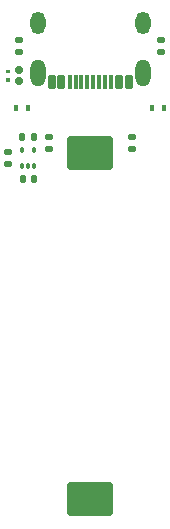
<source format=gbr>
%TF.GenerationSoftware,KiCad,Pcbnew,(5.99.0-13283-gf5fc9fa11f)*%
%TF.CreationDate,2021-11-15T23:55:46+03:00*%
%TF.ProjectId,LIR2032_Battery_Charger,4c495232-3033-4325-9f42-617474657279,rev?*%
%TF.SameCoordinates,PX8f0d180PY5f5e100*%
%TF.FileFunction,Paste,Top*%
%TF.FilePolarity,Positive*%
%FSLAX46Y46*%
G04 Gerber Fmt 4.6, Leading zero omitted, Abs format (unit mm)*
G04 Created by KiCad (PCBNEW (5.99.0-13283-gf5fc9fa11f)) date 2021-11-15 23:55:46*
%MOMM*%
%LPD*%
G01*
G04 APERTURE LIST*
G04 Aperture macros list*
%AMRoundRect*
0 Rectangle with rounded corners*
0 $1 Rounding radius*
0 $2 $3 $4 $5 $6 $7 $8 $9 X,Y pos of 4 corners*
0 Add a 4 corners polygon primitive as box body*
4,1,4,$2,$3,$4,$5,$6,$7,$8,$9,$2,$3,0*
0 Add four circle primitives for the rounded corners*
1,1,$1+$1,$2,$3*
1,1,$1+$1,$4,$5*
1,1,$1+$1,$6,$7*
1,1,$1+$1,$8,$9*
0 Add four rect primitives between the rounded corners*
20,1,$1+$1,$2,$3,$4,$5,0*
20,1,$1+$1,$4,$5,$6,$7,0*
20,1,$1+$1,$6,$7,$8,$9,0*
20,1,$1+$1,$8,$9,$2,$3,0*%
G04 Aperture macros list end*
%ADD10C,0.100000*%
%ADD11RoundRect,0.075000X0.075000X-0.150000X0.075000X0.150000X-0.075000X0.150000X-0.075000X-0.150000X0*%
%ADD12RoundRect,0.135000X-0.135000X-0.185000X0.135000X-0.185000X0.135000X0.185000X-0.135000X0.185000X0*%
%ADD13RoundRect,0.135000X-0.185000X0.135000X-0.185000X-0.135000X0.185000X-0.135000X0.185000X0.135000X0*%
%ADD14RoundRect,0.135000X0.185000X-0.135000X0.185000X0.135000X-0.185000X0.135000X-0.185000X-0.135000X0*%
%ADD15O,1.300000X2.300000*%
%ADD16O,1.300000X1.900000*%
%ADD17RoundRect,0.150000X0.150000X0.475000X-0.150000X0.475000X-0.150000X-0.475000X0.150000X-0.475000X0*%
%ADD18RoundRect,0.075000X0.075000X0.550000X-0.075000X0.550000X-0.075000X-0.550000X0.075000X-0.550000X0*%
%ADD19RoundRect,0.150000X-0.150000X0.150000X-0.150000X-0.150000X0.150000X-0.150000X0.150000X0.150000X0*%
%ADD20RoundRect,0.100000X-0.100000X-0.150000X0.100000X-0.150000X0.100000X0.150000X-0.100000X0.150000X0*%
%ADD21RoundRect,0.100000X0.100000X0.150000X-0.100000X0.150000X-0.100000X-0.150000X0.100000X-0.150000X0*%
%ADD22RoundRect,0.140000X-0.140000X-0.160000X0.140000X-0.160000X0.140000X0.160000X-0.140000X0.160000X0*%
%ADD23RoundRect,0.140000X-0.160000X0.140000X-0.160000X-0.140000X0.160000X-0.140000X0.160000X0.140000X0*%
%ADD24RoundRect,0.290000X1.660000X-1.160000X1.660000X1.160000X-1.660000X1.160000X-1.660000X-1.160000X0*%
G04 APERTURE END LIST*
D10*
X850000Y38250000D02*
X1150000Y38250000D01*
X1150000Y38250000D02*
X1150000Y38450000D01*
X1150000Y38450000D02*
X850000Y38450000D01*
X850000Y38450000D02*
X850000Y38250000D01*
G36*
X850000Y38250000D02*
G01*
X1150000Y38250000D01*
X1150000Y38450000D01*
X850000Y38450000D01*
X850000Y38250000D01*
G37*
X850000Y37550000D02*
X1150000Y37550000D01*
X1150000Y37550000D02*
X1150000Y37750000D01*
X1150000Y37750000D02*
X850000Y37750000D01*
X850000Y37750000D02*
X850000Y37550000D01*
G36*
X850000Y37550000D02*
G01*
X1150000Y37550000D01*
X1150000Y37750000D01*
X850000Y37750000D01*
X850000Y37550000D01*
G37*
D11*
X2250000Y30300000D03*
X2750000Y30300000D03*
X3250000Y30300000D03*
X3250000Y31700000D03*
X2250000Y31700000D03*
D12*
X2240000Y32750000D03*
X3260000Y32750000D03*
D13*
X11500000Y32760000D03*
X11500000Y31740000D03*
X4500000Y32760000D03*
X4500000Y31740000D03*
D14*
X2000000Y40000000D03*
X2000000Y41020000D03*
X14000000Y39990000D03*
X14000000Y41010000D03*
D15*
X12450000Y38200000D03*
X3550000Y38200000D03*
D16*
X3550000Y42400000D03*
X12450000Y42400000D03*
D17*
X11250000Y37400000D03*
X10450000Y37400000D03*
D18*
X9250000Y37400000D03*
X8250000Y37400000D03*
X7750000Y37400000D03*
X6750000Y37400000D03*
D17*
X4750000Y37400000D03*
X5550000Y37400000D03*
D18*
X6250000Y37400000D03*
X7250000Y37400000D03*
X8750000Y37400000D03*
X9750000Y37400000D03*
D19*
X2000000Y38485000D03*
X2000000Y37515000D03*
D20*
X13250000Y35250000D03*
X14250000Y35250000D03*
D21*
X2750000Y35250000D03*
X1750000Y35250000D03*
D22*
X2270000Y29250000D03*
X3230000Y29250000D03*
D23*
X1000000Y31480000D03*
X1000000Y30520000D03*
D24*
X8000000Y2100000D03*
X8000000Y31400000D03*
M02*

</source>
